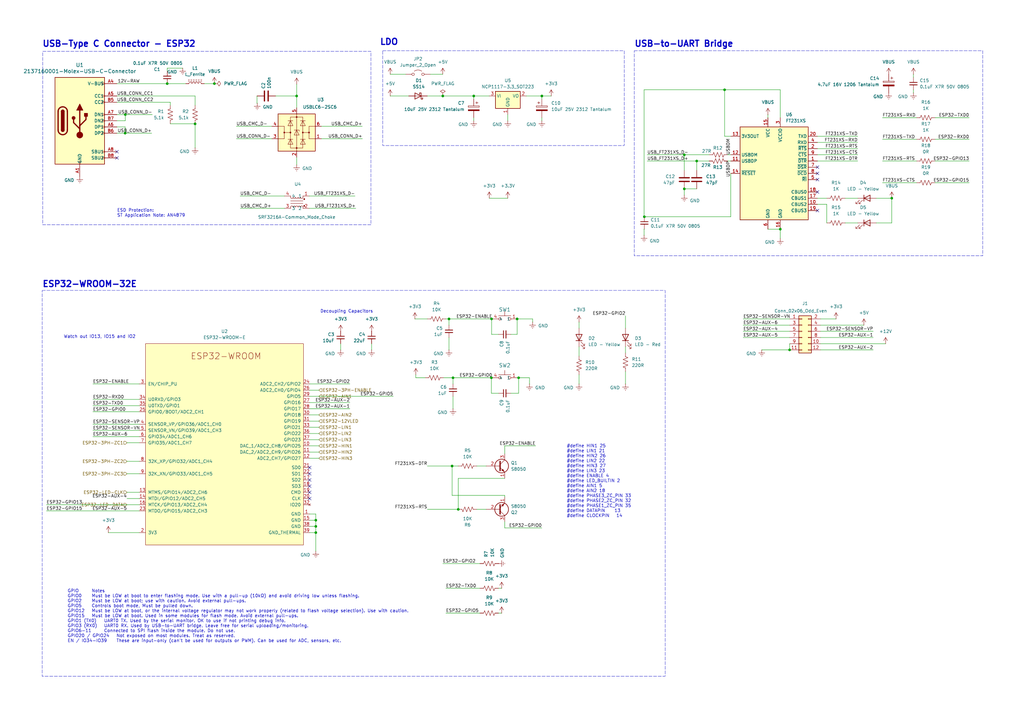
<source format=kicad_sch>
(kicad_sch (version 20231120) (generator "eeschema") (generator_version "8.0")
  (paper "A3")
  (junction (at 121.666 39.37))
  (junction (at 194.31 39.37))
  (junction (at 51.4023 46.99))
  (junction (at 181.61 39.37))
  (junction (at 365.76 81.28))
  (junction (at 129.54 218.44))
  (junction (at 51.3244 54.61))
  (junction (at 264.2816 88.9))
  (junction (at 184.15 130.81))
  (junction (at 185.42 191.135))
  (junction (at 280.67 77.47))
  (junction (at 201.6193 130.81))
  (junction (at 185.7984 154.94))
  (junction (at 212.6982 154.94))
  (junction (at 129.54 215.9))
  (junction (at 285.75 66.04))
  (junction (at 320.04 93.98))
  (junction (at 201.5516 154.94))
  (junction (at 129.54 213.36))
  (junction (at 323.85 143.51))
  (junction (at 212.09 130.81))
  (junction (at 68.58 34.29))
  (junction (at 80.01 50.8))
  (junction (at 222.25 39.37))
  (junction (at 87.9393 34.29))
  (junction (at 280.67 63.5))
  (junction (at 297.18 36.83))
  (junction (at 187.96 208.915))
  (no_connect (at 335.28 78.74))
  (no_connect (at 335.28 73.66))
  (no_connect (at 47.9597 64.77))
  (no_connect (at 127 199.39))
  (no_connect (at 127 196.85))
  (no_connect (at 335.28 68.58))
  (no_connect (at 335.28 71.12))
  (no_connect (at 127 201.93))
  (no_connect (at 335.28 86.36))
  (no_connect (at 47.9597 62.23))
  (no_connect (at 127 204.47))
  (no_connect (at 127 194.31))
  (no_connect (at 127 191.77))
  (wire (pts (xy 285.75 66.04) (xy 290.83 66.04)))
  (wire (pts (xy 160.02 39.37) (xy 167.64 39.37)))
  (wire (pts (xy 298.45 66.04) (xy 299.72 66.04)))
  (wire (pts (xy 181.61 231.14) (xy 196.85 231.14)))
  (wire (pts (xy 264.16 36.83) (xy 264.16 88.9)))
  (wire (pts (xy 304.8 138.43) (xy 323.85 138.43)))
  (wire (pts (xy 280.67 77.47) (xy 280.67 80.01)))
  (wire (pts (xy 52.07 194.31) (xy 57.15 194.31)))
  (wire (pts (xy 52.07 204.47) (xy 57.15 204.47)))
  (wire (pts (xy 44.45 218.44) (xy 57.15 218.44)))
  (wire (pts (xy 176.53 30.48) (xy 181.61 30.48)))
  (wire (pts (xy 280.67 77.47) (xy 285.75 77.47)))
  (wire (pts (xy 68.58 29.21) (xy 68.58 27.94)))
  (wire (pts (xy 217.17 154.94) (xy 212.6982 154.94)))
  (wire (pts (xy 80.01 50.8) (xy 80.01 60.6072)))
  (wire (pts (xy 96.9379 51.816) (xy 111.506 51.816)))
  (wire (pts (xy 184.15 130.81) (xy 201.6193 130.81)))
  (wire (pts (xy 299.72 88.9) (xy 299.72 71.12)))
  (wire (pts (xy 19.05 209.55) (xy 57.15 209.55)))
  (wire (pts (xy 359.41 81.28) (xy 365.76 81.28)))
  (wire (pts (xy 361.95 74.93) (xy 375.92 74.93)))
  (wire (pts (xy 127 177.8) (xy 130.81 177.8)))
  (wire (pts (xy 182.88 251.46) (xy 196.85 251.46)))
  (wire (pts (xy 200.66 81.28) (xy 208.28 81.28)))
  (wire (pts (xy 201.5516 154.94) (xy 201.93 154.94)))
  (wire (pts (xy 218.44 132.08) (xy 218.44 130.81)))
  (wire (pts (xy 237.49 142.24) (xy 237.49 146.05)))
  (wire (pts (xy 129.54 218.44) (xy 129.54 226.06)))
  (wire (pts (xy 222.25 39.37) (xy 222.25 40.64)))
  (wire (pts (xy 297.18 55.88) (xy 297.18 36.83)))
  (wire (pts (xy 68.58 34.29) (xy 76.2 34.29)))
  (wire (pts (xy 207.01 216.535) (xy 222.25 216.535)))
  (wire (pts (xy 51.4023 46.99) (xy 47.9597 46.99)))
  (wire (pts (xy 38.1 163.83) (xy 57.15 163.83)))
  (wire (pts (xy 361.95 66.04) (xy 375.92 66.04)))
  (wire (pts (xy 204.47 251.46) (xy 205.74 251.46)))
  (wire (pts (xy 237.49 153.67) (xy 237.49 157.48)))
  (wire (pts (xy 383.54 74.93) (xy 397.51 74.93)))
  (wire (pts (xy 19.05 207.01) (xy 57.15 207.01)))
  (wire (pts (xy 222.25 48.26) (xy 222.25 49.53)))
  (wire (pts (xy 127 182.88) (xy 130.81 182.88)))
  (wire (pts (xy 222.25 39.37) (xy 226.06 39.37)))
  (wire (pts (xy 127 162.56) (xy 161.29 162.56)))
  (wire (pts (xy 52.07 181.61) (xy 57.15 181.61)))
  (wire (pts (xy 335.28 83.82) (xy 339.09 83.82)))
  (wire (pts (xy 304.8 133.35) (xy 323.85 133.35)))
  (wire (pts (xy 280.67 63.5) (xy 290.83 63.5)))
  (wire (pts (xy 264.2816 88.9) (xy 299.72 88.9)))
  (wire (pts (xy 195.58 191.135) (xy 199.39 191.135)))
  (wire (pts (xy 336.55 143.51) (xy 358.14 143.51)))
  (wire (pts (xy 215.9 39.37) (xy 222.25 39.37)))
  (wire (pts (xy 256.54 152.4) (xy 256.54 157.48)))
  (wire (pts (xy 212.09 137.16) (xy 212.09 130.81)))
  (wire (pts (xy 51.4023 49.53) (xy 51.4023 46.99)))
  (wire (pts (xy 335.28 63.5) (xy 351.79 63.5)))
  (wire (pts (xy 131.826 51.816) (xy 148.5838 51.816)))
  (wire (pts (xy 312.42 143.51) (xy 323.85 143.51)))
  (wire (pts (xy 170.5584 154.94) (xy 174.3684 154.94)))
  (wire (pts (xy 170.5584 153.67) (xy 170.5584 154.94)))
  (wire (pts (xy 212.6982 161.29) (xy 212.6982 154.94)))
  (wire (pts (xy 127 210.82) (xy 129.54 210.82)))
  (wire (pts (xy 98.4834 80.391) (xy 116.658 80.391)))
  (wire (pts (xy 336.55 140.97) (xy 363.22 140.97)))
  (wire (pts (xy 127 160.02) (xy 130.81 160.02)))
  (wire (pts (xy 80.01 39.37) (xy 47.9597 39.37)))
  (wire (pts (xy 62.4637 46.99) (xy 51.4023 46.99)))
  (wire (pts (xy 139.7 140.97) (xy 139.7 143.51)))
  (wire (pts (xy 314.96 46.99) (xy 314.96 48.26)))
  (wire (pts (xy 304.8 135.89) (xy 323.85 135.89)))
  (wire (pts (xy 47.9597 34.29) (xy 68.58 34.29)))
  (wire (pts (xy 195.58 208.915) (xy 199.39 208.915)))
  (wire (pts (xy 209.55 137.16) (xy 212.09 137.16)))
  (wire (pts (xy 62.23 54.61) (xy 51.3244 54.61)))
  (wire (pts (xy 47.9597 49.53) (xy 51.4023 49.53)))
  (wire (pts (xy 297.18 55.88) (xy 299.72 55.88)))
  (wire (pts (xy 38.1 176.53) (xy 57.15 176.53)))
  (wire (pts (xy 131.826 56.896) (xy 148.6456 56.896)))
  (wire (pts (xy 127 170.18) (xy 130.81 170.18)))
  (wire (pts (xy 127 172.72) (xy 130.81 172.72)))
  (wire (pts (xy 346.71 91.44) (xy 351.79 91.44)))
  (wire (pts (xy 336.55 135.89) (xy 358.14 135.89)))
  (wire (pts (xy 187.96 196.215) (xy 187.96 208.915)))
  (wire (pts (xy 127 167.64) (xy 143.51 167.64)))
  (wire (pts (xy 209.55 161.29) (xy 212.6982 161.29)))
  (wire (pts (xy 98.5613 85.471) (xy 116.658 85.471)))
  (wire (pts (xy 121.666 64.516) (xy 121.666 67.564)))
  (wire (pts (xy 127 157.48) (xy 143.51 157.48)))
  (wire (pts (xy 47.9597 52.07) (xy 51.3244 52.07)))
  (wire (pts (xy 113.03 39.37) (xy 121.666 39.37)))
  (wire (pts (xy 264.16 96.52) (xy 264.16 93.98)))
  (wire (pts (xy 129.54 218.44) (xy 127 218.44)))
  (wire (pts (xy 204.47 161.29) (xy 201.5516 161.29)))
  (wire (pts (xy 365.76 91.44) (xy 365.76 81.28)))
  (wire (pts (xy 194.31 39.37) (xy 194.31 40.64)))
  (wire (pts (xy 52.07 189.23) (xy 57.15 189.23)))
  (wire (pts (xy 127 185.42) (xy 130.81 185.42)))
  (wire (pts (xy 129.54 210.82) (xy 129.54 213.36)))
  (wire (pts (xy 185.42 191.135) (xy 185.42 203.2)))
  (wire (pts (xy 297.18 36.83) (xy 320.04 36.83)))
  (wire (pts (xy 383.54 48.26) (xy 397.51 48.26)))
  (wire (pts (xy 38.1 173.99) (xy 57.15 173.99)))
  (wire (pts (xy 152.4 140.97) (xy 152.4 143.51)))
  (wire (pts (xy 359.41 91.44) (xy 365.76 91.44)))
  (wire (pts (xy 265.43 66.04) (xy 285.75 66.04)))
  (wire (pts (xy 185.7984 154.94) (xy 185.7984 157.48)))
  (wire (pts (xy 185.7984 154.94) (xy 201.5516 154.94)))
  (wire (pts (xy 38.1 157.48) (xy 57.15 157.48)))
  (wire (pts (xy 175.26 208.915) (xy 187.96 208.915)))
  (wire (pts (xy 129.54 215.9) (xy 129.54 218.44)))
  (wire (pts (xy 336.55 133.35) (xy 354.33 133.35)))
  (wire (pts (xy 256.54 129.54) (xy 256.54 134.62)))
  (wire (pts (xy 80.01 43.18) (xy 80.01 39.37)))
  (wire (pts (xy 127 187.96) (xy 130.81 187.96)))
  (wire (pts (xy 207.01 182.88) (xy 219.71 182.88)))
  (wire (pts (xy 218.44 130.81) (xy 212.09 130.81)))
  (wire (pts (xy 335.28 60.96) (xy 351.79 60.96)))
  (wire (pts (xy 208.28 46.99) (xy 208.28 49.53)))
  (wire (pts (xy 336.55 138.43) (xy 358.14 138.43)))
  (wire (pts (xy 212.6982 154.94) (xy 212.09 154.94)))
  (wire (pts (xy 184.15 133.35) (xy 184.15 130.81)))
  (wire (pts (xy 127 175.26) (xy 130.81 175.26)))
  (wire (pts (xy 336.55 130.81) (xy 342.9 130.81)))
  (wire (pts (xy 320.04 97.79) (xy 320.04 93.98)))
  (wire (pts (xy 207.01 213.995) (xy 207.01 216.535)))
  (wire (pts (xy 304.8 130.81) (xy 323.85 130.81)))
  (wire (pts (xy 69.85 50.8) (xy 80.01 50.8)))
  (wire (pts (xy 185.42 191.135) (xy 187.96 191.135)))
  (wire (pts (xy 204.47 137.16) (xy 201.6193 137.16)))
  (wire (pts (xy 68.58 27.94) (xy 74.93 27.94)))
  (wire (pts (xy 194.31 39.37) (xy 200.66 39.37)))
  (wire (pts (xy 374.65 30.48) (xy 374.65 31.75)))
  (wire (pts (xy 47.9597 41.91) (xy 69.85 41.91)))
  (wire (pts (xy 285.75 66.04) (xy 285.75 69.85)))
  (wire (pts (xy 280.67 63.5) (xy 280.67 69.85)))
  (wire (pts (xy 170.18 130.81) (xy 175.26 130.81)))
  (wire (pts (xy 126.818 85.471) (xy 145.923 85.471)))
  (wire (pts (xy 346.71 81.28) (xy 351.79 81.28)))
  (wire (pts (xy 298.45 63.5) (xy 299.72 63.5)))
  (wire (pts (xy 184.15 138.43) (xy 184.15 143.51)))
  (wire (pts (xy 383.54 66.04) (xy 397.51 66.04)))
  (wire (pts (xy 127 213.36) (xy 129.54 213.36)))
  (wire (pts (xy 38.1 179.07) (xy 57.15 179.07)))
  (wire (pts (xy 201.6193 137.16) (xy 201.6193 130.81)))
  (wire (pts (xy 201.5516 161.29) (xy 201.5516 154.94)))
  (wire (pts (xy 127 180.34) (xy 130.81 180.34)))
  (wire (pts (xy 182.88 130.81) (xy 184.15 130.81)))
  (wire (pts (xy 83.82 34.29) (xy 87.9393 34.29)))
  (wire (pts (xy 383.54 57.15) (xy 397.51 57.15)))
  (wire (pts (xy 320.04 36.83) (xy 320.04 48.26)))
  (wire (pts (xy 207.01 203.2) (xy 207.01 203.835)))
  (wire (pts (xy 187.96 196.215) (xy 207.01 196.215)))
  (wire (pts (xy 335.28 55.88) (xy 351.79 55.88)))
  (wire (pts (xy 121.666 39.37) (xy 121.666 44.196)))
  (wire (pts (xy 361.95 57.15) (xy 375.92 57.15)))
  (wire (pts (xy 204.47 241.3) (xy 205.74 241.3)))
  (wire (pts (xy 335.28 58.42) (xy 351.79 58.42)))
  (wire (pts (xy 237.49 132.08) (xy 237.49 134.62)))
  (wire (pts (xy 264.16 36.83) (xy 297.18 36.83)))
  (wire (pts (xy 264.16 93.98) (xy 264.2816 93.98)))
  (wire (pts (xy 127 215.9) (xy 129.54 215.9)))
  (wire (pts (xy 361.95 48.26) (xy 375.92 48.26)))
  (wire (pts (xy 264.16 88.9) (xy 264.2816 88.9)))
  (wire (pts (xy 160.02 30.48) (xy 166.37 30.48)))
  (wire (pts (xy 175.26 39.37) (xy 181.61 39.37)))
  (wire (pts (xy 207.01 203.2) (xy 185.42 203.2)))
  (wire (pts (xy 194.31 48.26) (xy 194.31 49.53)))
  (wire (pts (xy 105.41 39.37) (xy 105.41 42.3624)))
  (wire (pts (xy 51.3244 52.07) (xy 51.3244 54.61)))
  (wire (pts (xy 38.1 166.37) (xy 57.15 166.37)))
  (wire (pts (xy 121.666 34.544) (xy 121.666 39.37)))
  (wire (pts (xy 207.01 186.055) (xy 207.01 182.88)))
  (wire (pts (xy 126.818 80.391) (xy 145.6114 80.391)))
  (wire (pts (xy 181.9884 154.94) (xy 185.7984 154.94)))
  (wire (pts (xy 217.17 157.48) (xy 217.17 154.94)))
  (wire (pts (xy 38.1 168.91) (xy 57.15 168.91)))
  (wire (pts (xy 335.28 81.28) (xy 339.09 81.28)))
  (wire (pts (xy 105.41 42.3624) (xy 105.4927 42.3624)))
  (wire (pts (xy 374.65 36.83) (xy 374.65 38.1)))
  (wire (pts (xy 51.3244 54.61) (xy 47.9597 54.61)))
  (wire (pts (xy 339.09 83.82) (xy 339.09 91.44)))
  (wire (pts (xy 96.9585 56.896) (xy 111.506 56.896)))
  (wire (pts (xy 175.26 191.135) (xy 185.42 191.135)))
  (wire (pts (xy 256.54 142.24) (xy 256.54 144.78)))
  (wire (pts (xy 69.85 43.18) (xy 69.85 41.91)))
  (wire (pts (xy 185.7984 162.56) (xy 185.7984 167.64)))
  (wire (pts (xy 182.88 241.3) (xy 196.85 241.3)))
  (wire (pts (xy 181.61 39.37) (xy 194.31 39.37)))
  (wire (pts (xy 265.43 63.5) (xy 280.67 63.5)))
  (wire (pts (xy 129.54 213.36) (xy 129.54 215.9)))
  (wire (pts (xy 201.6193 130.81) (xy 201.93 130.81)))
  (wire (pts (xy 323.85 140.97) (xy 323.85 143.51)))
  (wire (pts (xy 52.07 201.93) (xy 57.15 201.93)))
  (wire (pts (xy 320.04 93.98) (xy 314.96 93.98)))
  (wire (pts (xy 127 165.1) (xy 143.51 165.1)))
  (wire (pts (xy 335.28 66.04) (xy 351.79 66.04)))
  (rectangle (start 17.272 119.126) (end 272.796 277.368) (stroke (width 0.127) (type dash)))
  (rectangle (start 156.972 20.828) (end 256.032 59.69) (stroke (width 0.127) (type dash)))
  (rectangle (start 260.096 20.828) (end 403.098 104.902) (stroke (width 0.127) (type dash)))
  (rectangle (start 17.526 21.082) (end 152.146 92.202) (stroke (width 0.127) (type dash)))
  (text "#define HIN1 25\n#define LIN1 21\n#define HIN2 26\n#define LIN2 22\n#define HIN3 27\n#define LIN3 23\n#define ENABLE 4\n#define LED_BUILTIN 2\n#define AIN1 5\n#define AIN2 18\n#define PHASE3_ZC_PIN 33\n#define PHASE2_ZC_PIN 32\n#define PHASE1_ZC_PIN 35\n#define DATAPIN    13\n#define CLOCKPIN   14\n\n" (at 232.41 198.374 0) (effects (font (size 1.27 1.27)) (justify left)))
  (text "ESD Protection:\nST Application Note: AN4879" (at 48.006 89.2048 0) (effects (font (size 1.27 1.27)) (justify left bottom)))
  (text "GPIO	Notes\nGPIO0	Must be LOW at boot to enter flashing mode. Use with a pull-up (10kΩ) and avoid driving low unless flashing.\nGPIO2	Must be LOW at boot; use with caution. Avoid external pull-ups.\nGPIO5	Controls boot mode, Must be pulled down.\nGPIO12	Must be LOW at boot, or the internal voltage regulator may not work properly (related to flash voltage selection). Use with caution.\nGPIO15	Must be LOW at boot. Used in some modules for flash mode. Avoid external pull-ups.\nGPIO1 (TX0)	UART0 TX. Used by the serial monitor. OK to use if not printing debug info.\nGPIO3 (RX0)	UART0 RX. Used by USB-to-UART bridge. Leave free for serial uploading/monitoring.\nGPIO6-11	Connected to SPI flash inside the module. Do not use.\nGPIO20 / GPIO24	Not exposed on most modules. Treat as reserved.\nEN / IO34-IO39	These are input-only (can't be used for outputs or PWM). Can be used for ADC, sensors, etc." (at 27.686 252.73 0) (effects (font (size 1.27 1.27)) (justify left)))
  (text "ESP32-WROOM-32E" (at 17.272 118.11 0) (effects (font (size 2.4892 2.4892) (thickness 0.4978) (bold yes)) (justify left bottom)))
  (text "Decoupling Capacitors" (at 131.318 128.524 0) (effects (font (size 1.27 1.27)) (justify left bottom)))
  (text "USB-Type C Connector - ESP32" (at 17.272 19.558 0) (effects (font (size 2.4892 2.4892) (thickness 0.4978) (bold yes)) (justify left bottom)))
  (text "USB-to-UART Bridge" (at 260.096 19.558 0) (effects (font (size 2.4892 2.4892) (thickness 0.4978) (bold yes)) (justify left bottom)))
  (text "LDO" (at 155.702 18.796 0) (effects (font (size 2.4892 2.4892) (thickness 0.4978) (bold yes)) (justify left bottom)))
  (text "Watch out IO13, IO15 and IO2" (at 40.894 138.176 0) (effects (font (size 1.27 1.27))))
  (label "ESP32-TXD0" (at 182.88 241.3 0))
  (label "FT231XS-RTS" (at 361.95 66.04 0))
  (label "ESP32-RXD0" (at 38.1 163.83 0))
  (label "ESP32-GPIO2" (at 143.51 157.48 180))
  (label "FT231XS-TXD" (at 361.95 57.15 0))
  (label "USB_FT231XS_D-" (at 265.43 63.5 0))
  (label "FT231XS-CTS" (at 361.95 74.93 0))
  (label "ESP32-AUX-1" (at 143.51 167.64 180))
  (label "USB_CONN_D-" (at 96.9585 56.896 0))
  (label "USBDM" (at 299.72 63.5 90))
  (label "ESP32-ENABLE" (at 201.93 130.81 180))
  (label "USB_CONN_D-" (at 62.4637 46.99 180))
  (label "USB_FT231XS_D+" (at 145.923 85.471 180))
  (label "FT231XS-DTR" (at 351.79 66.04 180))
  (label "ESP32-AUX-2" (at 358.14 143.51 180))
  (label "ESP32-TXD0" (at 38.1 166.37 0))
  (label "ESP32-AUX-4" (at 52.07 204.47 180))
  (label "ESP32-GPIO13" (at 19.05 207.01 0))
  (label "USB_CONN_D+" (at 62.23 54.61 180))
  (label "ESP32-SENSOR-VP" (at 38.1 173.99 0))
  (label "ESP32-AUX-4" (at 304.8 135.89 0))
  (label "ESP32-AUX-2" (at 143.51 165.1 180))
  (label "ESP32-GPIO2" (at 256.54 129.54 180))
  (label "USB_FT231XS_D+" (at 265.43 66.04 0))
  (label "ESP32-GPIO2" (at 181.61 231.14 0))
  (label "ESP32-SENSOR-VP" (at 358.14 135.89 180))
  (label "ESP32-GPIO5" (at 182.88 251.46 0))
  (label "FT231XS-RXD" (at 351.79 58.42 180))
  (label "USB_CMC_D+" (at 148.5838 51.816 180))
  (label "ESP32-ENABLE" (at 219.71 182.88 180))
  (label "FT231XS-DTR" (at 175.26 191.135 180))
  (label "USB_FT231XS_D-" (at 145.6114 80.391 180))
  (label "FT231XS-TXD" (at 351.79 55.88 180))
  (label "ESP32-GPIO15" (at 19.05 209.55 0))
  (label "ESP32-AUX-5" (at 304.8 138.43 0))
  (label "ESP32-AUX-6" (at 304.8 133.35 0))
  (label "ESP32-SENSOR-VN" (at 304.8 130.81 0))
  (label "USB_CONN_CC1" (at 47.9597 39.37 0))
  (label "USB_CONN_D+" (at 148.6456 56.896 180))
  (label "USB_CONN_CC2" (at 47.9597 41.91 0))
  (label "ESP32-TXD0" (at 397.51 48.26 180))
  (label "ESP32-GPIO0" (at 38.1 168.91 0))
  (label "ESP32-GPIO13" (at 397.51 66.04 180))
  (label "ESP32-RXD0" (at 397.51 57.15 180))
  (label "ESP32-GPIO0" (at 222.25 216.535 180))
  (label "USBDP" (at 299.72 66.04 270))
  (label "ESP32-ENABLE" (at 38.1 157.48 0))
  (label "ESP32-AUX-5" (at 52.07 209.55 180))
  (label "ESP32-AUX-1" (at 358.14 138.43 180))
  (label "ESP32-AUX-6" (at 38.1 179.07 0))
  (label "USB_CMC_D+" (at 98.5613 85.471 0))
  (label "FT231XS-RXD" (at 361.95 48.26 0))
  (label "ESP32-GPIO0" (at 201.93 154.94 180))
  (label "12V-RAW" (at 48.26 34.29 0))
  (label "USB_CMC_D-" (at 96.9379 51.816 0))
  (label "FT231XS-CTS" (at 351.79 63.5 180))
  (label "USB_CMC_D-" (at 98.4834 80.391 0))
  (label "ESP32-GPIO5" (at 161.29 162.56 180))
  (label "FT231XS-RTS" (at 351.79 60.96 180))
  (label "FT231XS-RTS" (at 175.26 208.915 180))
  (label "ESP32-GPIO15" (at 397.51 74.93 180))
  (label "ESP32-SENSOR-VN" (at 38.1 176.53 0))
  (hierarchical_label "ESP32-LIN3" (shape input) (at 130.81 180.34 0))
  (hierarchical_label "ESP32-LED-CLK" (shape input) (at 52.07 201.93 180))
  (hierarchical_label "ESP32-AIN1" (shape input) (at 130.81 162.56 0))
  (hierarchical_label "ESP32-HIN3" (shape input) (at 130.81 187.96 0))
  (hierarchical_label "ESP32-HIN1" (shape input) (at 130.81 182.88 0))
  (hierarchical_label "ESP32-3PH-ZC2" (shape input) (at 52.07 189.23 180))
  (hierarchical_label "ESP32-3PH-ZC1" (shape input) (at 52.07 181.61 180))
  (hierarchical_label "ESP32-LIN1" (shape input) (at 130.81 175.26 0))
  (hierarchical_label "ESP32-HIN2" (shape input) (at 130.81 185.42 0))
  (hierarchical_label "ESP32-3PH-ZC3" (shape input) (at 52.07 194.31 180))
  (hierarchical_label "ESP32-LED-DATA" (shape input) (at 52.07 207.01 180))
  (hierarchical_label "ESP32-3PH-ENABLE" (shape input) (at 130.81 160.02 0))
  (hierarchical_label "ESP32-AIN2" (shape input) (at 130.81 170.18 0))
  (hierarchical_label "ESP32-12VLED" (shape input) (at 130.81 172.72 0))
  (hierarchical_label "ESP32-LIN2" (shape input) (at 130.81 177.8 0))
  (symbol (lib_id "power:Earth") (at 222.25 49.53 0) (mirror y) (unit 1)
    (property "Reference" "#PWR031" (effects (hide yes)))
    (property "Value" "GND" (at 217.932 51.054 0))
    (property "Description" "Power symbol creates a global label with name \"Earth\"" (effects (hide yes)))
  )
  (symbol (lib_id "Device:C") (at 109.22 39.37 90) (unit 1)
    (property "Reference" "C2" (at 108.0516 36.449 0) (effects (justify left)))
    (property "Value" "100n" (at 110.363 36.449 0) (effects (justify left)))
    (property "Footprint" "Capacitor_SMD:C_0402_1005Metric" (effects (hide yes)))
    (property "Datasheet" "https://search.murata.co.jp/Ceramy/image/img/A01X/G101/ENG/GRM155R71C104KA88-01.pdf" (effects (hide yes)))
    (property "Field4" "Farnell" (effects (hide yes)))
    (property "Field5" "2611911" (effects (hide yes)))
    (property "MPN" "EMK105B7104KV-F" (effects (hide yes)))
    (property "Field7" "TAIYO YUDEN EUROPE GMBH" (effects (hide yes)))
    (property "Field8" "110091611" (effects (hide yes)))
    (property "Part Description" "0.1uF 10% 16V Ceramic Capacitor X7R 0402 (1005 Metric)" (effects (hide yes)))
    (property "JLCPCB" "C92753" (effects (hide yes)))
    (property "LCSC" "C92753" (effects (hide yes)))
    (instances (project "Soundwalk" (path "" (reference "C2") (unit 1))) (project "cm5-moteus" (path "" (reference "C26") (unit 1))) (project "fdcanusb" (path "" (reference "C36") (unit 1))))
  )
  (symbol (lib_id "power:Earth") (at 320.04 97.79 0) (mirror y) (unit 1)
    (property "Reference" "#PWR040" (effects (hide yes)))
    (property "Value" "GND" (at 315.722 99.314 0))
    (property "Description" "Power symbol creates a global label with name \"Earth\"" (effects (hide yes)))
  )
  (symbol (lib_id "Device:LED") (at 237.49 138.43 90) (unit 1)
    (property "Reference" "D2" (at 241.3 138.7474 90) (effects (justify right)))
    (property "Value" "LED - Yellow" (at 241.3 141.2874 90) (effects (justify right)))
    (property "Footprint" "LED_SMD:LED_1206_3216Metric_Pad1.42x1.75mm_HandSolder" (effects (hide yes)))
    (property "Description" "Light emitting diode" (effects (hide yes)))
  )
  (symbol (lib_id "Device:C_Small") (at 207.01 161.29 90) (mirror x) (unit 1)
    (property "Reference" "C9" (at 205.7462 163.83 0) (effects (justify left)))
    (property "Value" "0.1uF" (at 208.2862 163.83 0) (effects (justify left)))
    (property "Footprint" "Capacitor_SMD:C_1206_3216Metric_Pad1.33x1.80mm_HandSolder" (effects (hide yes)))
    (property "Description" "Unpolarized capacitor, small symbol" (effects (hide yes)))
  )
  (symbol (lib_id "power:VBUS") (at 87.9393 34.29 0) (unit 1)
    (property "Reference" "#PWR06" (effects (hide yes)))
    (property "Value" "VBUS" (at 87.9393 29.21 0))
    (property "Description" "Power symbol creates a global label with name \"VBUS\"" (effects (hide yes)))
  )
  (symbol (lib_id "Device:R_US") (at 69.85 46.99 0) (mirror y) (unit 1)
    (property "Reference" "R1" (at 67.31 45.72 0) (effects (justify left)))
    (property "Value" "5.1k" (at 67.31 48.26 0) (effects (justify left)))
    (property "Footprint" "Resistor_SMD:R_0603_1608Metric" (effects (hide yes)))
    (property "MPN" "RC0603FR-075K1L" (effects (hide yes)))
    (property "MF" "YAGEO" (effects (hide yes)))
    (property "LCSC" "C105580" (effects (hide yes)))
    (instances (project "Soundwalk" (path "" (reference "R1") (unit 1))) (project "cm5-moteus" (path "" (reference "R5") (unit 1))) (project "fdcanusb" (path "" (reference "R12") (unit 1))))
  )
  (symbol (lib_id "Device:L_Ferrite") (at 80.01 34.29 90) (unit 1)
    (property "Reference" "L1" (at 80.01 27.94 90))
    (property "Value" "L_Ferrite" (at 80.01 30.48 90))
    (property "Footprint" "Inductor_SMD:L_0805_2012Metric_Pad1.05x1.20mm_HandSolder" (effects (hide yes)))
    (property "Description" "Inductor with ferrite core" (effects (hide yes)))
    (property "Digikey_PN" "240-2399-2-ND" (effects (hide yes)))
    (property "MPN" "HZ0805E601R-10" (effects (hide yes)))
  )
  (symbol (lib_id "power:Earth") (at 185.7984 167.64 0) (mirror y) (unit 1)
    (property "Reference" "#PWR021" (effects (hide yes)))
    (property "Value" "GND" (at 181.4804 169.164 0))
    (property "Description" "Power symbol creates a global label with name \"Earth\"" (effects (hide yes)))
  )
  (symbol (lib_id "Power_Protection:USBLC6-2SC6") (at 121.666 54.356 0) (mirror y) (unit 1)
    (property "Reference" "U3" (at 132.842 40.894 0) (effects (justify left)))
    (property "Value" "USBLC6-2SC6" (at 138.176 43.8912 0) (effects (justify left)))
    (property "Footprint" "Package_TO_SOT_SMD:SOT-23-6" (effects (hide yes)))
    (property "Datasheet" "https://www.st.com/resource/en/datasheet/usblc6-2.pdf" (effects (hide yes)))
    (property "Digi-Key_PN" "497-5235-1-ND" (effects (hide yes)))
    (property "MPN" "USBLC6-2SC6" (effects (hide yes)))
    (property "LSCS" "C7519" (effects (hide yes)))
    (property "LCSC" "C7519" (effects (hide yes)))
    (instances (project "Soundwalk" (path "" (reference "U3") (unit 1))) (project "cm5-moteus" (path "" (reference "U4") (unit 1))) (project "fdcanusb" (path "" (reference "U7") (unit 1))))
  )
  (symbol (lib_id "power:VBUS") (at 314.96 46.99 0) (unit 1)
    (property "Reference" "#PWR039" (effects (hide yes)))
    (property "Value" "VBUS" (at 314.96 41.91 0))
    (property "Description" "Power symbol creates a global label with name \"VBUS\"" (effects (hide yes)))
  )
  (symbol (lib_id "Device:C_Small") (at 207.01 137.16 90) (mirror x) (unit 1)
    (property "Reference" "C8" (at 205.7462 139.7 0) (effects (justify left)))
    (property "Value" "0.1uF" (at 208.2862 139.7 0) (effects (justify left)))
    (property "Footprint" "Capacitor_SMD:C_1206_3216Metric_Pad1.33x1.80mm_HandSolder" (effects (hide yes)))
    (property "Description" "Unpolarized capacitor, small symbol" (effects (hide yes)))
  )
  (symbol (lib_id "power:Earth") (at 312.42 143.51 0) (mirror y) (unit 1)
    (property "Reference" "#PWR038" (effects (hide yes)))
    (property "Value" "GND" (at 308.102 145.034 0))
    (property "Description" "Power symbol creates a global label with name \"Earth\"" (effects (hide yes)))
  )
  (symbol (lib_id "Device:R_US") (at 200.66 251.46 90) (unit 1)
    (property "Reference" "R9" (at 200.66 245.11 90))
    (property "Value" "10K" (at 200.66 247.65 90))
    (property "Footprint" "Resistor_SMD:R_0603_1608Metric_Pad0.98x0.95mm_HandSolder" (effects (hide yes)))
    (property "Description" "Resistor, US symbol" (effects (hide yes)))
  )
  (symbol (lib_name "PTS526_SM15_SMTR2_LFS_1") (lib_id "privateParts:PTS526_SM15_SMTR2_LFS") (at 207.01 132.08 0) (mirror y) (unit 1)
    (property "Reference" "SW1" (at 207.01 127 0) (effects (font (size 1.524 1.524))))
    (property "Value" "PTS526 SM15 SMTR2 LFS" (effects (hide yes)))
    (property "Footprint" "SON4_PTS526 SM15 SMTR2 LFS_CNK" (effects (hide yes)))
    (property "Datasheet" "PTS526 SM15 SMTR2 LFS" (effects (hide yes)))
    (property "MPN" "PTS526SM15SMTR2 LFS" (effects (hide yes)))
    (property "Digikey_PN" "CKN12220-2-ND" (effects (hide yes)))
  )
  (symbol (lib_id "power:Earth") (at 152.4 143.51 0) (mirror y) (unit 1)
    (property "Reference" "#PWR014" (effects (hide yes)))
    (property "Value" "GND" (at 148.082 145.034 0))
    (property "Description" "Power symbol creates a global label with name \"Earth\"" (effects (hide yes)))
  )
  (symbol (lib_id "power:Earth") (at 218.44 132.08 0) (unit 1)
    (property "Reference" "#PWR030" (effects (hide yes)))
    (property "Value" "GND" (at 222.758 133.604 0))
    (property "Description" "Power symbol creates a global label with name \"Earth\"" (effects (hide yes)))
  )
  (symbol (lib_id "power:Earth") (at 280.67 80.01 0) (mirror y) (unit 1)
    (property "Reference" "#PWR037" (effects (hide yes)))
    (property "Value" "GND" (at 284.988 82.296 0))
    (property "Description" "Power symbol creates a global label with name \"Earth\"" (effects (hide yes)))
  )
  (symbol (lib_id "espressif:ESP32-WROOM-E") (at 91.44 182.88 0) (unit 1)
    (property "Reference" "U2" (at 92.075 135.89 0))
    (property "Value" "ESP32-WROOM-E" (at 92.075 138.43 0))
    (property "Footprint" "RF_Module:ESP32-WROOM-32E" (effects (hide yes)))
    (property "Datasheet" "https://www.espressif.com/sites/default/files/documentation/esp32-wroom-32e_esp32-wroom-32ue_datasheet_en.pdf" (effects (hide yes)))
  )
  (symbol (lib_id "Device:R_US") (at 294.64 63.5 90) (unit 1)
    (property "Reference" "R12" (at 294.386 60.706 90))
    (property "Value" "27R" (at 289.814 61.976 90))
    (property "Footprint" "Resistor_SMD:R_2010_5025Metric_Pad1.40x2.65mm_HandSolder" (effects (hide yes)))
    (property "Description" "Resistor, US symbol" (effects (hide yes)))
    (property "MPN" "CRGP2010F27R" (effects (hide yes)))
  )
  (symbol (lib_id "Transistor_BJT:S8050") (at 204.47 191.135 0) (unit 1)
    (property "Reference" "Q1" (at 209.55 189.8649 0) (effects (justify left)))
    (property "Value" "S8050" (at 209.55 192.4049 0) (effects (justify left)))
    (property "Footprint" "Package_TO_SOT_SMD:SOT-23" (effects (hide yes)))
    (property "Datasheet" "https://www.mccsemi.com/pdf/Products/MMSS8050(SOT-23).pdf" (effects (hide yes)))
    (property "Digikey_PN" "MMSS8050-H-TPMSCT-ND" (effects (hide yes)))
    (property "Manufacturer" "Micro Commercial Co" (effects (hide yes)))
    (property "MPN" "MMSS8050-H-TP" (effects (hide yes)))
  )
  (symbol (lib_id "Connector_Generic:Conn_02x06_Odd_Even") (at 328.93 135.89 0) (unit 1)
    (property "Reference" "J1" (at 330.2 124.46 0))
    (property "Value" "Conn_02x06_Odd_Even" (at 328.422 127.508 0))
    (property "Footprint" "Connector_PinHeader_2.54mm:PinHeader_2x06_P2.54mm_Vertical" (effects (hide yes)))
    (property "Description" "Generic connector, double row, 02x06, odd/even pin numbering scheme (row 1 odd numbers, row 2 even numbers), script generated (kicad-library-utils/schlib/autogen/connector/)" (effects (hide yes)))
  )
  (symbol (lib_id "Device:C_Small") (at 68.58 31.75 180) (unit 1)
    (property "Reference" "C1" (at 65.786 28.448 0) (effects (justify left)))
    (property "Value" "0.1uF X7R 50V 0805" (at 74.93 25.908 0) (effects (justify left)))
    (property "Footprint" "Capacitor_SMD:C_0805_2012Metric_Pad1.18x1.45mm_HandSolder" (effects (hide yes)))
    (property "Description" "Unpolarized capacitor, small symbol" (effects (hide yes)))
  )
  (symbol (lib_id "Device:R_US") (at 200.66 241.3 90) (unit 1)
    (property "Reference" "R8" (at 200.66 234.95 90))
    (property "Value" "10K" (at 200.66 237.49 90))
    (property "Footprint" "Resistor_SMD:R_0603_1608Metric_Pad0.98x0.95mm_HandSolder" (effects (hide yes)))
    (property "Description" "Resistor, US symbol" (effects (hide yes)))
  )
  (symbol (lib_id "privateParts:PTS526_SM15_SMTR2_LFS") (at 207.01 156.21 0) (mirror y) (unit 1)
    (property "Reference" "SW2" (at 207.01 149.86 0) (effects (font (size 1.524 1.524))))
    (property "Value" "PTS526 SM15 SMTR2 LFS" (effects (hide yes)))
    (property "Footprint" "SON4_PTS526 SM15 SMTR2 LFS_CNK" (effects (hide yes)))
    (property "Datasheet" "PTS526 SM15 SMTR2 LFS" (effects (hide yes)))
    (property "MPN" "PTS526SM15SMTR2 LFS" (effects (hide yes)))
    (property "Digikey_PN" "CKN12220-2-ND" (effects (hide yes)))
  )
  (symbol (lib_id "Device:R_US") (at 379.73 66.04 270) (unit 1)
    (property "Reference" "R18" (at 379.73 59.69 90))
    (property "Value" "0R" (at 379.73 62.23 90))
    (property "Footprint" "Resistor_SMD:R_1206_3216Metric_Pad1.30x1.75mm_HandSolder" (effects (hide yes)))
    (property "MPN" "RC0603FR-075K1L" (effects (hide yes)))
    (property "MF" "YAGEO" (effects (hide yes)))
    (property "LCSC" "C105580" (effects (hide yes)))
  )
  (symbol (lib_id "Device:C_Polarized") (at 364.49 34.29 0) (mirror y) (unit 1)
    (property "Reference" "C14" (at 360.68 32.1309 0) (effects (justify left)))
    (property "Value" "4.7uF 16V 1206 Tantalum" (at 360.68 34.6709 0) (effects (justify left)))
    (property "Footprint" "Capacitor_SMD:C_1206_3216Metric_Pad1.33x1.80mm_HandSolder" (effects (hide yes)))
    (property "Description" "Polarized capacitor" (effects (hide yes)))
    (property "MPN" "TAJA475K016RNJ" (effects (hide yes)))
    (property "Digikey_PN" "478-3868-2-ND" (effects (hide yes)))
  )
  (symbol (lib_id "power:VBUS") (at 121.666 34.544 0) (unit 1)
    (property "Reference" "#PWR08" (effects (hide yes)))
    (property "Value" "VBUS" (at 121.666 29.464 0))
    (property "Description" "Power symbol creates a global label with name \"VBUS\"" (effects (hide yes)))
  )
  (symbol (lib_id "power:Earth") (at 139.7 143.51 0) (mirror y) (unit 1)
    (property "Reference" "#PWR012" (effects (hide yes)))
    (property "Value" "GND" (at 135.382 145.034 0))
    (property "Description" "Power symbol creates a global label with name \"Earth\"" (effects (hide yes)))
  )
  (symbol (lib_id "power:VBUS") (at 364.49 30.48 0) (unit 1)
    (property "Reference" "#PWR044" (effects (hide yes)))
    (property "Value" "VBUS" (at 364.49 25.4 0))
    (property "Description" "Power symbol creates a global label with name \"VBUS\"" (effects (hide yes)))
  )
  (symbol (lib_id "Device:C_Small") (at 185.7984 160.02 0) (mirror y) (unit 1)
    (property "Reference" "C6" (at 183.2584 158.7562 0) (effects (justify left)))
    (property "Value" "1uF" (at 183.2584 161.2962 0) (effects (justify left)))
    (property "Footprint" "Capacitor_SMD:C_0805_2012Metric" (effects (hide yes)))
    (property "Description" "Unpolarized capacitor, small symbol" (effects (hide yes)))
  )
  (symbol (lib_id "power:+3V3") (at 237.49 132.08 0) (unit 1)
    (property "Reference" "#PWR033" (effects (hide yes)))
    (property "Value" "+3V3" (at 237.49 127 0))
    (property "Description" "Power symbol creates a global label with name \"+3V3\"" (effects (hide yes)))
  )
  (symbol (lib_id "Device:R_US") (at 256.54 148.59 180) (unit 1)
    (property "Reference" "R11" (at 259.08 147.3199 0) (effects (justify right)))
    (property "Value" "220R" (at 259.08 149.8599 0) (effects (justify right)))
    (property "Footprint" "Resistor_SMD:R_1206_3216Metric_Pad1.30x1.75mm_HandSolder" (effects (hide yes)))
    (property "Description" "Resistor, US symbol" (effects (hide yes)))
  )
  (symbol (lib_id "power:VBUS") (at 160.02 30.48 0) (unit 1)
    (property "Reference" "#PWR015" (effects (hide yes)))
    (property "Value" "VBUS" (at 160.02 25.4 0))
    (property "Description" "Power symbol creates a global label with name \"VBUS\"" (effects (hide yes)))
  )
  (symbol (lib_id "Device:C") (at 280.67 73.66 0) (mirror y) (unit 1)
    (property "Reference" "C12" (at 276.86 72.3899 0) (effects (justify left)))
    (property "Value" "47pF" (at 276.86 74.9299 0) (effects (justify left)))
    (property "Footprint" "Capacitor_SMD:C_0603_1608Metric_Pad1.08x0.95mm_HandSolder" (effects (hide yes)))
    (property "Description" "Unpolarized capacitor" (effects (hide yes)))
    (property "Digikey_PN" "712-QSCP251Q470J1GV001TTR-ND" (effects (hide yes)))
    (property "MPN" "QSCP251Q470J1GV001T" (effects (hide yes)))
  )
  (symbol (lib_id "power:Earth") (at 194.31 49.53 0) (mirror y) (unit 1)
    (property "Reference" "#PWR022" (effects (hide yes)))
    (property "Value" "GND" (at 189.992 51.054 0))
    (property "Description" "Power symbol creates a global label with name \"Earth\"" (effects (hide yes)))
  )
  (symbol (lib_id "privateParts:2137160001-Molex-USB-C-Connector") (at 32.7197 49.53 0) (unit 1)
    (property "Reference" "U1" (at 32.7197 26.67 0) (effects (font (size 1.524 1.524))))
    (property "Value" "2137160001-Molex-USB-C-Connector" (at 32.7197 29.21 0) (effects (font (size 1.524 1.524))))
    (property "Footprint" "privateParts:MOLEX_2137160001" (effects (hide yes)))
    (property "Datasheet" "https://www.molex.com/en-us/products/part-detail-pdf/2137160001?display=pdf" (effects (hide yes)))
  )
  (symbol (lib_id "power:+3V3") (at 205.74 251.46 0) (unit 1)
    (property "Reference" "#PWR026" (effects (hide yes)))
    (property "Value" "+3V3" (at 205.74 246.38 0))
    (property "Description" "Power symbol creates a global label with name \"+3V3\"" (effects (hide yes)))
  )
  (symbol (lib_id "power:+3V3") (at 44.45 218.44 0) (unit 1)
    (property "Reference" "#PWR03" (effects (hide yes)))
    (property "Value" "+3V3" (at 44.45 213.36 0))
    (property "Description" "Power symbol creates a global label with name \"+3V3\"" (effects (hide yes)))
  )
  (symbol (lib_id "power:PWR_FLAG") (at 87.9393 34.29 270) (unit 1)
    (property "Reference" "#FLG01" (effects (hide yes)))
    (property "Value" "PWR_FLAG" (at 91.7493 34.2899 90) (effects (justify left)))
    (property "Description" "Special symbol for telling ERC where power comes from" (effects (hide yes)))
  )
  (symbol (lib_id "Interface_USB:FT231XS") (at 317.5 71.12 0) (unit 1)
    (property "Reference" "U6" (at 322.2341 46.99 0) (effects (justify left)))
    (property "Value" "FT231XS" (at 322.2341 49.53 0) (effects (justify left)))
    (property "Footprint" "Package_SO:SSOP-20_3.9x8.7mm_P0.635mm" (effects (hide yes)))
    (property "Datasheet" "https://www.ftdichip.com/Support/Documents/DataSheets/ICs/DS_FT231X.pdf" (effects (hide yes)))
    (property "Description" "Full Speed USB to Full Handshake UART, SSOP-20" (effects (hide yes)))
    (property "MPN" "FT231XS-U" (effects (hide yes)))
    (property "Digikey_PN" "768-1156-5-ND" (effects (hide yes)))
  )
  (symbol (lib_id "power:+3V3") (at 226.06 39.37 0) (unit 1)
    (property "Reference" "#PWR032" (effects (hide yes)))
    (property "Value" "+3V3" (at 226.06 34.29 0))
    (property "Description" "Power symbol creates a global label with name \"+3V3\"" (effects (hide yes)))
  )
  (symbol (lib_id "power:+3V3") (at 170.18 130.81 0) (unit 1)
    (property "Reference" "#PWR017" (effects (hide yes)))
    (property "Value" "+3V3" (at 170.18 125.73 0))
    (property "Description" "Power symbol creates a global label with name \"+3V3\"" (effects (hide yes)))
  )
  (symbol (lib_id "Jumper:Jumper_2_Open") (at 171.45 30.48 0) (unit 1) (exclude_from_sim yes)
    (property "Reference" "JP2" (at 171.45 24.13 0))
    (property "Value" "Jumper_2_Open" (at 171.45 26.67 0))
    (property "Footprint" "Connector_PinHeader_2.54mm:PinHeader_1x02_P2.54mm_Vertical" (effects (hide yes)))
    (property "Description" "Jumper, 2-pole, open" (effects (hide yes)))
  )
  (symbol (lib_id "power:Earth") (at 184.15 143.51 0) (mirror y) (unit 1)
    (property "Reference" "#PWR020" (effects (hide yes)))
    (property "Value" "GND" (at 179.832 145.034 0))
    (property "Description" "Power symbol creates a global label with name \"Earth\"" (effects (hide yes)))
  )
  (symbol (lib_id "power:Earth") (at 364.49 38.1 0) (mirror y) (unit 1)
    (property "Reference" "#PWR045" (effects (hide yes)))
    (property "Value" "GND" (at 360.172 39.624 0))
    (property "Description" "Power symbol creates a global label with name \"Earth\"" (effects (hide yes)))
  )
  (symbol (lib_id "Device:R_US") (at 379.73 57.15 270) (unit 1)
    (property "Reference" "R17" (at 379.73 50.8 90))
    (property "Value" "1K" (at 379.73 53.34 90))
    (property "Footprint" "Resistor_SMD:R_1206_3216Metric_Pad1.30x1.75mm_HandSolder" (effects (hide yes)))
    (property "MPN" "RC0603FR-075K1L" (effects (hide yes)))
    (property "MF" "YAGEO" (effects (hide yes)))
    (property "LCSC" "C105580" (effects (hide yes)))
  )
  (symbol (lib_id "Device:R_US") (at 179.07 130.81 90) (unit 1)
    (property "Reference" "R4" (at 179.07 124.46 90))
    (property "Value" "10K" (at 179.07 127 90))
    (property "Footprint" "Resistor_SMD:R_0603_1608Metric_Pad0.98x0.95mm_HandSolder" (effects (hide yes)))
    (property "Description" "Resistor, US symbol" (effects (hide yes)))
  )
  (symbol (lib_id "power:+3V3") (at 170.5584 153.67 0) (unit 1)
    (property "Reference" "#PWR018" (effects (hide yes)))
    (property "Value" "+3V3" (at 170.5584 148.59 0))
    (property "Description" "Power symbol creates a global label with name \"+3V3\"" (effects (hide yes)))
  )
  (symbol (lib_id "Regulator_Linear:NCP1117-3.3_SOT223") (at 208.28 39.37 0) (unit 1)
    (property "Reference" "U5" (at 208.28 33.02 0))
    (property "Value" "NCP1117-3.3_SOT223" (at 208.28 35.56 0))
    (property "Footprint" "Package_TO_SOT_SMD:SOT-223-3_TabPin2" (effects (hide yes)))
    (property "Datasheet" "http://www.onsemi.com/pub_link/Collateral/NCP1117-D.PDF" (effects (hide yes)))
    (property "Description" "1A Low drop-out regulator, Fixed Output 3.3V, SOT-223" (effects (hide yes)))
    (property "MPN" "NCP1117LPST33T3G" (effects (hide yes)))
    (property "Digikey_PN" "NCP1117LPST33T3GOSTR-ND" (effects (hide yes)))
  )
  (symbol (lib_id "Device:R_US") (at 200.66 231.14 270) (unit 1)
    (property "Reference" "R7" (at 199.3899 228.6 0) (effects (justify right)))
    (property "Value" "10K" (at 201.9299 228.6 0) (effects (justify right)))
    (property "Footprint" "Resistor_SMD:R_0603_1608Metric_Pad0.98x0.95mm_HandSolder" (effects (hide yes)))
    (property "Description" "Resistor, US symbol" (effects (hide yes)))
  )
  (symbol (lib_id "Device:C_Polarized") (at 222.25 44.45 0) (unit 1)
    (property "Reference" "C10" (at 226.06 42.2909 0) (effects (justify left)))
    (property "Value" "10uF 25V 2312 Tantalum" (at 226.06 44.8309 0) (effects (justify left)))
    (property "Footprint" "Capacitor_Tantalum_SMD:CP_EIA-6032-15_Kemet-U" (effects (hide yes)))
    (property "Description" "Polarized capacitor" (effects (hide yes)))
    (property "MPN" "T491C106M025AT7280" (effects (hide yes)))
    (property "Digikey_PN" "399-10160-2-ND" (effects (hide yes)))
  )
  (symbol (lib_id "power:+5V") (at 160.02 39.37 0) (unit 1)
    (property "Reference" "#PWR016" (effects (hide yes)))
    (property "Value" "+5V" (at 160.02 34.29 0))
    (property "Description" "Power symbol creates a global label with name \"+5V\"" (effects (hide yes)))
  )
  (symbol (lib_id "Device:C_Small") (at 139.7 138.43 0) (mirror y) (unit 1)
    (property "Reference" "C3" (at 137.16 137.1662 0) (effects (justify left)))
    (property "Value" "10uF" (at 137.16 139.7062 0) (effects (justify left)))
    (property "Footprint" "Capacitor_SMD:C_1210_3225Metric_Pad1.33x2.70mm_HandSolder" (effects (hide yes)))
    (property "Description" "Unpolarized capacitor, small symbol" (effects (hide yes)))
  )
  (symbol (lib_id "power:Earth") (at 32.7197 72.39 0) (mirror y) (unit 1)
    (property "Reference" "#PWR02" (effects (hide yes)))
    (property "Value" "GND" (at 28.4017 73.914 0))
    (property "Description" "Power symbol creates a global label with name \"Earth\"" (effects (hide yes)))
    (instances (project "Soundwalk" (path "" (reference "#PWR02") (unit 1))) (project "cm5-moteus" (path "" (reference "#PWR028") (unit 1))) (project "fdcanusb" (path "" (reference "#PWR045") (unit 1))))
  )
  (symbol (lib_id "power:Earth") (at 121.666 67.564 0) (unit 1)
    (property "Reference" "#PWR09" (effects (hide yes)))
    (property "Value" "GND" (at 125.984 69.088 0))
    (property "Description" "Power symbol creates a global label with name \"Earth\"" (effects (hide yes)))
    (instances (project "Soundwalk" (path "" (reference "#PWR09") (unit 1))) (project "cm5-moteus" (path "" (reference "#PWR034") (unit 1))) (project "fdcanusb" (path "" (reference "#PWR052") (unit 1))))
  )
  (symbol (lib_id "Device:R_US") (at 191.77 191.135 90) (unit 1)
    (property "Reference" "R5" (at 191.77 184.785 90))
    (property "Value" "10K" (at 191.77 187.325 90))
    (property "Footprint" "Resistor_SMD:R_0603_1608Metric_Pad0.98x0.95mm_HandSolder" (effects (hide yes)))
    (property "Description" "Resistor, US symbol" (effects (hide yes)))
  )
  (symbol (lib_id "Device:LED") (at 256.54 138.43 90) (unit 1)
    (property "Reference" "D3" (at 260.35 138.7474 90) (effects (justify right)))
    (property "Value" "LED - Red" (at 260.35 141.2874 90) (effects (justify right)))
    (property "Footprint" "LED_SMD:LED_1206_3216Metric_Pad1.42x1.75mm_HandSolder" (effects (hide yes)))
    (property "Description" "Light emitting diode" (effects (hide yes)))
    (property "Digikey_PN" "754-1143-2-ND" (effects (hide yes)))
    (property "MPN" "APT3216SURCK" (effects (hide yes)))
  )
  (symbol (lib_id "Device:C_Small") (at 264.2816 91.44 0) (unit 1)
    (property "Reference" "C11" (at 266.8216 90.1762 0) (effects (justify left)))
    (property "Value" "0.1uF X7R 50V 0805" (at 266.8216 92.7162 0) (effects (justify left)))
    (property "Footprint" "Capacitor_SMD:C_0805_2012Metric_Pad1.18x1.45mm_HandSolder" (effects (hide yes)))
    (property "Description" "Unpolarized capacitor, small symbol" (effects (hide yes)))
  )
  (symbol (lib_id "Device:R_US") (at 294.64 66.04 90) (mirror x) (unit 1)
    (property "Reference" "R13" (at 294.386 68.58 90))
    (property "Value" "27R" (at 289.56 67.818 90))
    (property "Footprint" "Resistor_SMD:R_2010_5025Metric_Pad1.40x2.65mm_HandSolder" (effects (hide yes)))
    (property "Description" "Resistor, US symbol" (effects (hide yes)))
    (property "MPN" "CRGP2010F27R" (effects (hide yes)))
  )
  (symbol (lib_id "power:Earth") (at 264.16 96.52 0) (mirror y) (unit 1)
    (property "Reference" "#PWR036" (effects (hide yes)))
    (property "Value" "GND" (at 268.478 98.806 0))
    (property "Description" "Power symbol creates a global label with name \"Earth\"" (effects (hide yes)))
  )
  (symbol (lib_id "power:+5V") (at 181.61 30.48 0) (unit 1)
    (property "Reference" "#PWR019" (effects (hide yes)))
    (property "Value" "+5V" (at 181.61 25.4 0))
    (property "Description" "Power symbol creates a global label with name \"+5V\"" (effects (hide yes)))
  )
  (symbol (lib_id "privateParts:SRF3216A-Common_Mode_Choke") (at 121.738 82.931 0) (mirror y) (unit 1)
    (property "Reference" "U4" (at 122.119 75.5142 0))
    (property "Value" "SRF3216A-Common_Mode_Choke" (at 121.7126 89.0524 0))
    (property "Footprint" "privateParts:Bourns_SRF3216A" (effects (hide yes)))
    (property "Digi-Key_PN" "SRF3216A-222YCT-ND" (effects (hide yes)))
    (property "MPN" "SRF3216A-222Y" (effects (hide yes)))
    (property "LSCS" "C2662192" (effects (hide yes)))
    (property "LCSC" "C2662192" (effects (hide yes)))
    (instances (project "Soundwalk" (path "" (reference "U4") (unit 1))) (project "cm5-moteus" (path "" (reference "U5") (unit 1))) (project "fdcanusb" (path "" (reference "U8") (unit 1))))
  )
  (symbol (lib_id "Device:C_Small") (at 374.65 34.29 0) (unit 1)
    (property "Reference" "C15" (at 377.19 33.0262 0) (effects (justify left)))
    (property "Value" "0.1uF X7R 50V 0805" (at 377.19 35.5662 0) (effects (justify left)))
    (property "Footprint" "Capacitor_SMD:C_0805_2012Metric_Pad1.18x1.45mm_HandSolder" (effects (hide yes)))
    (property "Description" "Unpolarized capacitor, small symbol" (effects (hide yes)))
  )
  (symbol (lib_id "power:+3.3V") (at 208.28 81.28 0) (unit 1)
    (property "Reference" "#PWR028" (effects (hide yes)))
    (property "Value" "+3.3V" (at 208.28 76.2 0))
    (property "Description" "Power symbol creates a global label with name \"+3.3V\"" (effects (hide yes)))
  )
  (symbol (lib_id "power:+3V3") (at 200.66 81.28 0) (unit 1)
    (property "Reference" "#PWR023" (effects (hide yes)))
    (property "Value" "+3V3" (at 200.66 76.2 0))
    (property "Description" "Power symbol creates a global label with name \"+3V3\"" (effects (hide yes)))
  )
  (symbol (lib_id "power:+3V3") (at 152.4 135.89 0) (unit 1)
    (property "Reference" "#PWR013" (effects (hide yes)))
    (property "Value" "+3V3" (at 152.4 130.81 0))
    (property "Description" "Power symbol creates a global label with name \"+3V3\"" (effects (hide yes)))
  )
  (symbol (lib_id "power:PWR_FLAG") (at 181.61 39.37 0) (unit 1)
    (property "Reference" "#FLG02" (effects (hide yes)))
    (property "Value" "PWR_FLAG" (at 181.61 34.29 0))
    (property "Description" "Special symbol for telling ERC where power comes from" (effects (hide yes)))
  )
  (symbol (lib_id "Device:R_US") (at 379.73 74.93 270) (unit 1)
    (property "Reference" "R19" (at 379.73 68.58 90))
    (property "Value" "0R" (at 379.73 71.12 90))
    (property "Footprint" "Resistor_SMD:R_1206_3216Metric_Pad1.30x1.75mm_HandSolder" (effects (hide yes)))
    (property "MPN" "RC0603FR-075K1L" (effects (hide yes)))
    (property "MF" "YAGEO" (effects (hide yes)))
    (property "LCSC" "C105580" (effects (hide yes)))
  )
  (symbol (lib_id "Transistor_BJT:S8050") (at 204.47 208.915 0) (mirror x) (unit 1)
    (property "Reference" "Q2" (at 209.55 210.1851 0) (effects (justify left)))
    (property "Value" "S8050" (at 209.55 207.6451 0) (effects (justify left)))
    (property "Footprint" "Package_TO_SOT_SMD:SOT-23" (effects (hide yes)))
    (property "Datasheet" "https://www.mccsemi.com/pdf/Products/MMSS8050(SOT-23).pdf" (effects (hide yes)))
    (property "Digikey_PN" "MMSS8050-H-TPMSCT-ND" (effects (hide yes)))
    (property "Manufacturer" "Micro Commercial Co" (effects (hide yes)))
    (property "MPN" "MMSS8050-H-TP" (effects (hide yes)))
  )
  (symbol (lib_id "power:Earth") (at 217.17 157.48 0) (unit 1)
    (property "Reference" "#PWR029" (effects (hide yes)))
    (property "Value" "GND" (at 221.488 159.004 0))
    (property "Description" "Power symbol creates a global label with name \"Earth\"" (effects (hide yes)))
  )
  (symbol (lib_id "power:VBUS") (at 374.65 30.48 0) (unit 1)
    (property "Reference" "#PWR047" (effects (hide yes)))
    (property "Value" "VBUS" (at 374.65 25.4 0))
    (property "Description" "Power symbol creates a global label with name \"VBUS\"" (effects (hide yes)))
  )
  (symbol (lib_id "power:Earth") (at 374.65 38.1 0) (mirror y) (unit 1)
    (property "Reference" "#PWR048" (effects (hide yes)))
    (property "Value" "GND" (at 370.332 39.624 0))
    (property "Description" "Power symbol creates a global label with name \"Earth\"" (effects (hide yes)))
  )
  (symbol (lib_id "Device:C_Small") (at 184.15 135.89 0) (mirror y) (unit 1)
    (property "Reference" "C5" (at 181.61 134.6262 0) (effects (justify left)))
    (property "Value" "1uF" (at 181.61 137.1662 0) (effects (justify left)))
    (property "Footprint" "Capacitor_SMD:C_0805_2012Metric" (effects (hide yes)))
    (property "Description" "Unpolarized capacitor, small symbol" (effects (hide yes)))
  )
  (symbol (lib_id "power:Earth") (at 204.47 231.14 90) (unit 1)
    (property "Reference" "#PWR024" (effects (hide yes)))
    (property "Value" "GND" (at 205.994 226.822 0))
    (property "Description" "Power symbol creates a global label with name \"Earth\"" (effects (hide yes)))
  )
  (symbol (lib_id "Device:R_US") (at 178.1784 154.94 90) (unit 1)
    (property "Reference" "R3" (at 178.1784 148.59 90))
    (property "Value" "10K" (at 178.1784 151.13 90))
    (property "Footprint" "Resistor_SMD:R_0603_1608Metric_Pad0.98x0.95mm_HandSolder" (effects (hide yes)))
    (property "Description" "Resistor, US symbol" (effects (hide yes)))
  )
  (symbol (lib_id "Device:C_Polarized") (at 194.31 44.45 0) (mirror y) (unit 1)
    (property "Reference" "C7" (at 190.5 42.2909 0) (effects (justify left)))
    (property "Value" "10uF 25V 2312 Tantalum" (at 190.5 44.8309 0) (effects (justify left)))
    (property "Footprint" "Capacitor_Tantalum_SMD:CP_EIA-6032-15_Kemet-U" (effects (hide yes)))
    (property "Description" "Polarized capacitor" (effects (hide yes)))
    (property "MPN" "T491C106M025AT7280" (effects (hide yes)))
    (property "Digikey_PN" "399-10160-2-ND" (effects (hide yes)))
  )
  (symbol (lib_id "Device:LED") (at 355.6 81.28 0) (unit 1)
    (property "Reference" "D4" (at 354.0125 74.93 0))
    (property "Value" "LED - Yellow" (at 354.0125 77.47 0))
    (property "Footprint" "LED_SMD:LED_1206_3216Metric_Pad1.42x1.75mm_HandSolder" (effects (hide yes)))
    (property "Description" "Light emitting diode" (effects (hide yes)))
  )
  (symbol (lib_id "power:Earth") (at 74.93 27.94 0) (mirror y) (unit 1)
    (property "Reference" "#PWR04" (effects (hide yes)))
    (property "Value" "GND" (at 70.612 29.464 0))
    (property "Description" "Power symbol creates a global label with name \"Earth\"" (effects (hide yes)))
  )
  (symbol (lib_id "power:+3V3") (at 205.74 241.3 0) (unit 1)
    (property "Reference" "#PWR025" (effects (hide yes)))
    (property "Value" "+3V3" (at 205.74 236.22 0))
    (property "Description" "Power symbol creates a global label with name \"+3V3\"" (effects (hide yes)))
  )
  (symbol (lib_id "power:Earth") (at 208.28 49.53 0) (mirror y) (unit 1)
    (property "Reference" "#PWR027" (effects (hide yes)))
    (property "Value" "GND" (at 203.962 51.054 0))
    (property "Description" "Power symbol creates a global label with name \"Earth\"" (effects (hide yes)))
  )
  (symbol (lib_id "Device:C") (at 285.75 73.66 0) (unit 1)
    (property "Reference" "C13" (at 289.56 72.3899 0) (effects (justify left)))
    (property "Value" "47pF" (at 289.56 74.9299 0) (effects (justify left)))
    (property "Footprint" "Capacitor_SMD:C_0603_1608Metric_Pad1.08x0.95mm_HandSolder" (effects (hide yes)))
    (property "Description" "Unpolarized capacitor" (effects (hide yes)))
    (property "Digikey_PN" "712-QSCP251Q470J1GV001TTR-ND" (effects (hide yes)))
    (property "MPN" "QSCP251Q470J1GV001T" (effects (hide yes)))
  )
  (symbol (lib_id "Device:R_US") (at 342.9 91.44 270) (unit 1)
    (property "Reference" "R15" (at 342.9 85.09 90))
    (property "Value" "1K" (at 342.9 87.63 90))
    (property "Footprint" "Resistor_SMD:R_1206_3216Metric_Pad1.30x1.75mm_HandSolder" (effects (hide yes)))
    (property "MPN" "RC0603FR-075K1L" (effects (hide yes)))
    (property "MF" "YAGEO" (effects (hide yes)))
    (property "LCSC" "C105580" (effects (hide yes)))
  )
  (symbol (lib_id "power:Earth") (at 80.01 60.6072 0) (mirror y) (unit 1)
    (property "Reference" "#PWR05" (effects (hide yes)))
    (property "Value" "GND" (at 75.692 62.1312 0))
    (property "Description" "Power symbol creates a global label with name \"Earth\"" (effects (hide yes)))
    (instances (project "Soundwalk" (path "" (reference "#PWR05") (unit 1))) (project "cm5-moteus" (path "" (reference "#PWR023") (unit 1))) (project "fdcanusb" (path "" (reference "#PWR040") (unit 1))))
  )
  (symbol (lib_id "power:Earth") (at 256.54 157.48 0) (mirror y) (unit 1)
    (property "Reference" "#PWR035" (effects (hide yes)))
    (property "Value" "GND" (at 252.222 159.004 0))
    (property "Description" "Power symbol creates a global label with name \"Earth\"" (effects (hide yes)))
  )
  (symbol (lib_id "power:Earth") (at 105.4927 42.3624 0) (unit 1)
    (property "Reference" "#PWR07" (effects (hide yes)))
    (property "Value" "GND" (at 109.8107 43.8864 0))
    (property "Description" "Power symbol creates a global label with name \"Earth\"" (effects (hide yes)))
    (instances (project "Soundwalk" (path "" (reference "#PWR07") (unit 1))) (project "cm5-moteus" (path "" (reference "#PWR033") (unit 1))) (project "fdcanusb" (path "" (reference "#PWR050") (unit 1))))
  )
  (symbol (lib_id "Device:R_US") (at 191.77 208.915 90) (mirror x) (unit 1)
    (property "Reference" "R6" (at 191.77 215.265 90))
    (property "Value" "10K" (at 191.77 212.725 90))
    (property "Footprint" "Resistor_SMD:R_0603_1608Metric_Pad0.98x0.95mm_HandSolder" (effects (hide yes)))
    (property "Description" "Resistor, US symbol" (effects (hide yes)))
  )
  (symbol (lib_id "power:+3V3") (at 139.7 135.89 0) (unit 1)
    (property "Reference" "#PWR011" (effects (hide yes)))
    (property "Value" "+3V3" (at 139.7 130.81 0))
    (property "Description" "Power symbol creates a global label with name \"+3V3\"" (effects (hide yes)))
  )
  (symbol (lib_id "power:Earth") (at 129.54 226.06 0) (mirror y) (unit 1)
    (property "Reference" "#PWR010" (effects (hide yes)))
    (property "Value" "GND" (at 125.222 227.584 0))
    (property "Description" "Power symbol creates a global label with name \"Earth\"" (effects (hide yes)))
  )
  (symbol (lib_id "power:Earth") (at 237.49 157.48 0) (mirror y) (unit 1)
    (property "Reference" "#PWR034" (effects (hide yes)))
    (property "Value" "GND" (at 233.172 159.004 0))
    (property "Description" "Power symbol creates a global label with name \"Earth\"" (effects (hide yes)))
  )
  (symbol (lib_id "power:+3V3") (at 342.9 130.81 0) (unit 1)
    (property "Reference" "#PWR041" (effects (hide yes)))
    (property "Value" "+3V3" (at 342.9 125.73 0))
    (property "Description" "Power symbol creates a global label with name \"+3V3\"" (effects (hide yes)))
  )
  (symbol (lib_id "Device:C_Small") (at 152.4 138.43 0) (mirror y) (unit 1)
    (property "Reference" "C4" (at 149.86 137.1662 0) (effects (justify left)))
    (property "Value" "22uF" (at 149.86 139.7062 0) (effects (justify left)))
    (property "Footprint" "Capacitor_SMD:C_1210_3225Metric_Pad1.33x2.70mm_HandSolder" (effects (hide yes)))
    (property "Description" "Unpolarized capacitor, small symbol" (effects (hide yes)))
  )
  (symbol (lib_id "power:VBUS") (at 365.76 81.28 0) (unit 1)
    (property "Reference" "#PWR046" (effects (hide yes)))
    (property "Value" "VBUS" (at 365.76 76.2 0))
    (property "Description" "Power symbol creates a global label with name \"VBUS\"" (effects (hide yes)))
  )
  (symbol (lib_id "Diode:SS14") (at 171.45 39.37 180) (unit 1)
    (property "Reference" "D1" (at 171.7675 33.02 0))
    (property "Value" "SS14" (at 171.7675 35.56 0))
    (property "Footprint" "Diode_SMD:D_SMA" (effects (hide yes)))
    (property "Datasheet" "https://www.vishay.com/docs/88746/ss12.pdf" (effects (hide yes)))
    (property "Description" "40V 1A Schottky Diode, SMA" (effects (hide yes)))
  )
  (symbol (lib_id "Device:R_US") (at 342.9 81.28 270) (unit 1)
    (property "Reference" "R14" (at 342.9 74.93 90))
    (property "Value" "1K" (at 342.9 77.47 90))
    (property "Footprint" "Resistor_SMD:R_1206_3216Metric_Pad1.30x1.75mm_HandSolder" (effects (hide yes)))
    (property "MPN" "RC0603FR-075K1L" (effects (hide yes)))
    (property "MF" "YAGEO" (effects (hide yes)))
    (property "LCSC" "C105580" (effects (hide yes)))
  )
  (symbol (lib_id "Device:R_US") (at 379.73 48.26 270) (unit 1)
    (property "Reference" "R16" (at 379.73 41.91 90))
    (property "Value" "1K" (at 379.73 44.45 90))
    (property "Footprint" "Resistor_SMD:R_1206_3216Metric_Pad1.30x1.75mm_HandSolder" (effects (hide yes)))
    (property "MPN" "RC0603FR-075K1L" (effects (hide yes)))
    (property "MF" "YAGEO" (effects (hide yes)))
    (property "LCSC" "C105580" (effects (hide yes)))
  )
  (symbol (lib_id "power:+12V") (at 363.22 140.97 0) (unit 1)
    (property "Reference" "#PWR043" (effects (hide yes)))
    (property "Value" "+12V" (at 363.22 135.89 0))
    (property "Description" "Power symbol creates a global label with name \"+12V\"" (effects (hide yes)))
  )
  (symbol (lib_id "power:+5V") (at 354.33 133.35 0) (unit 1)
    (property "Reference" "#PWR042" (effects (hide yes)))
    (property "Value" "+5V" (at 354.33 128.27 0))
    (property "Description" "Power symbol creates a global label with name \"+5V\"" (effects (hide yes)))
  )
  (symbol (lib_id "Device:R_US") (at 237.49 149.86 180) (unit 1)
    (property "Reference" "R10" (at 240.03 148.5899 0) (effects (justify right)))
    (property "Value" "220R" (at 240.03 151.1299 0) (effects (justify right)))
    (property "Footprint" "Resistor_SMD:R_1206_3216Metric_Pad1.30x1.75mm_HandSolder" (effects (hide yes)))
    (property "Description" "Resistor, US symbol" (effects (hide yes)))
  )
  (symbol (lib_id "Device:R_US") (at 80.01 46.99 0) (mirror y) (unit 1)
    (property "Reference" "R2" (at 77.47 45.72 0) (effects (justify left)))
    (property "Value" "5.1k" (at 77.47 48.26 0) (effects (justify left)))
    (property "Footprint" "Resistor_SMD:R_0603_1608Metric" (effects (hide yes)))
    (property "MPN" "RC0603FR-075K1L" (effects (hide yes)))
    (property "MF" "YAGEO" (effects (hide yes)))
    (property "LCSC" "C105580" (effects (hide yes)))
    (instances (project "Soundwalk" (path "" (reference "R2") (unit 1))) (project "cm5-moteus" (path "" (reference "R4") (unit 1))) (project "fdcanusb" (path "" (reference "R11") (unit 1))))
  )
  (symbol (lib_id "Device:LED") (at 355.6 91.44 0) (unit 1)
    (property "Reference" "D5" (at 354.0125 85.09 0))
    (property "Value" "LED - Yellow" (at 354.0125 87.63 0))
    (property "Footprint" "LED_SMD:LED_1206_3216Metric_Pad1.42x1.75mm_HandSolder" (effects (hide yes)))
    (property "Description" "Light emitting diode" (effects (hide yes)))
  )
)
</source>
